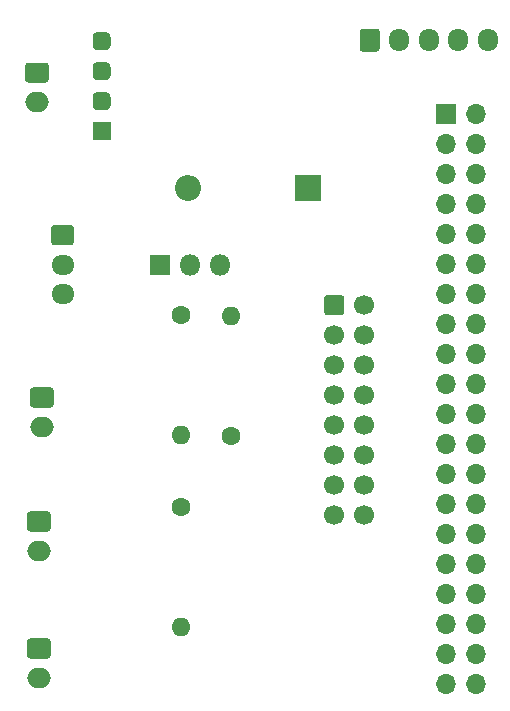
<source format=gbr>
%TF.GenerationSoftware,KiCad,Pcbnew,(5.1.8-0-10_14)*%
%TF.CreationDate,2021-05-20T11:29:51-04:00*%
%TF.ProjectId,PiHat,50694861-742e-46b6-9963-61645f706362,rev?*%
%TF.SameCoordinates,PX9b0780PY44cb540*%
%TF.FileFunction,Soldermask,Bot*%
%TF.FilePolarity,Negative*%
%FSLAX46Y46*%
G04 Gerber Fmt 4.6, Leading zero omitted, Abs format (unit mm)*
G04 Created by KiCad (PCBNEW (5.1.8-0-10_14)) date 2021-05-20 11:29:51*
%MOMM*%
%LPD*%
G01*
G04 APERTURE LIST*
%ADD10O,1.600000X1.600000*%
%ADD11C,1.600000*%
%ADD12O,2.000000X1.700000*%
%ADD13O,1.700000X1.950000*%
%ADD14O,1.950000X1.700000*%
%ADD15C,1.700000*%
%ADD16O,1.700000X1.700000*%
%ADD17R,1.700000X1.700000*%
%ADD18R,1.524000X1.524000*%
%ADD19O,1.800000X1.800000*%
%ADD20R,1.800000X1.800000*%
%ADD21O,2.200000X2.200000*%
%ADD22R,2.200000X2.200000*%
G04 APERTURE END LIST*
D10*
%TO.C,R2*%
X18250000Y7840000D03*
D11*
X18250000Y18000000D03*
%TD*%
D10*
%TO.C,R1*%
X18250000Y24090000D03*
D11*
X18250000Y34250000D03*
%TD*%
D12*
%TO.C,J8*%
X6250000Y14250000D03*
G36*
G01*
X5500000Y17600000D02*
X7000000Y17600000D01*
G75*
G02*
X7250000Y17350000I0J-250000D01*
G01*
X7250000Y16150000D01*
G75*
G02*
X7000000Y15900000I-250000J0D01*
G01*
X5500000Y15900000D01*
G75*
G02*
X5250000Y16150000I0J250000D01*
G01*
X5250000Y17350000D01*
G75*
G02*
X5500000Y17600000I250000J0D01*
G01*
G37*
%TD*%
D13*
%TO.C,J7*%
X44250000Y57500000D03*
X41750000Y57500000D03*
X39250000Y57500000D03*
X36750000Y57500000D03*
G36*
G01*
X33400000Y56775000D02*
X33400000Y58225000D01*
G75*
G02*
X33650000Y58475000I250000J0D01*
G01*
X34850000Y58475000D01*
G75*
G02*
X35100000Y58225000I0J-250000D01*
G01*
X35100000Y56775000D01*
G75*
G02*
X34850000Y56525000I-250000J0D01*
G01*
X33650000Y56525000D01*
G75*
G02*
X33400000Y56775000I0J250000D01*
G01*
G37*
%TD*%
D14*
%TO.C,J5*%
X8250000Y36000000D03*
X8250000Y38500000D03*
G36*
G01*
X7525000Y41850000D02*
X8975000Y41850000D01*
G75*
G02*
X9225000Y41600000I0J-250000D01*
G01*
X9225000Y40400000D01*
G75*
G02*
X8975000Y40150000I-250000J0D01*
G01*
X7525000Y40150000D01*
G75*
G02*
X7275000Y40400000I0J250000D01*
G01*
X7275000Y41600000D01*
G75*
G02*
X7525000Y41850000I250000J0D01*
G01*
G37*
%TD*%
D15*
%TO.C,J6*%
X33790000Y17288000D03*
X33790000Y19828000D03*
X33790000Y22368000D03*
X33790000Y24908000D03*
X33790000Y27448000D03*
X33790000Y29988000D03*
X33790000Y32528000D03*
X33790000Y35068000D03*
X31250000Y17288000D03*
X31250000Y19828000D03*
X31250000Y22368000D03*
X31250000Y24908000D03*
X31250000Y27448000D03*
X31250000Y29988000D03*
X31250000Y32528000D03*
G36*
G01*
X30400000Y34468000D02*
X30400000Y35668000D01*
G75*
G02*
X30650000Y35918000I250000J0D01*
G01*
X31850000Y35918000D01*
G75*
G02*
X32100000Y35668000I0J-250000D01*
G01*
X32100000Y34468000D01*
G75*
G02*
X31850000Y34218000I-250000J0D01*
G01*
X30650000Y34218000D01*
G75*
G02*
X30400000Y34468000I0J250000D01*
G01*
G37*
%TD*%
D16*
%TO.C,J1*%
X43290000Y2990000D03*
X40750000Y2990000D03*
X43290000Y5530000D03*
X40750000Y5530000D03*
X43290000Y8070000D03*
X40750000Y8070000D03*
X43290000Y10610000D03*
X40750000Y10610000D03*
X43290000Y13150000D03*
X40750000Y13150000D03*
X43290000Y15690000D03*
X40750000Y15690000D03*
X43290000Y18230000D03*
X40750000Y18230000D03*
X43290000Y20770000D03*
X40750000Y20770000D03*
X43290000Y23310000D03*
X40750000Y23310000D03*
X43290000Y25850000D03*
X40750000Y25850000D03*
X43290000Y28390000D03*
X40750000Y28390000D03*
X43290000Y30930000D03*
X40750000Y30930000D03*
X43290000Y33470000D03*
X40750000Y33470000D03*
X43290000Y36010000D03*
X40750000Y36010000D03*
X43290000Y38550000D03*
X40750000Y38550000D03*
X43290000Y41090000D03*
X40750000Y41090000D03*
X43290000Y43630000D03*
X40750000Y43630000D03*
X43290000Y46170000D03*
X40750000Y46170000D03*
X43290000Y48710000D03*
X40750000Y48710000D03*
X43290000Y51250000D03*
D17*
X40750000Y51250000D03*
%TD*%
D12*
%TO.C,J3*%
X6500000Y24750000D03*
G36*
G01*
X5750000Y28100000D02*
X7250000Y28100000D01*
G75*
G02*
X7500000Y27850000I0J-250000D01*
G01*
X7500000Y26650000D01*
G75*
G02*
X7250000Y26400000I-250000J0D01*
G01*
X5750000Y26400000D01*
G75*
G02*
X5500000Y26650000I0J250000D01*
G01*
X5500000Y27850000D01*
G75*
G02*
X5750000Y28100000I250000J0D01*
G01*
G37*
%TD*%
%TO.C,U1*%
G36*
G01*
X11931000Y56648000D02*
X11169000Y56648000D01*
G75*
G02*
X10788000Y57029000I0J381000D01*
G01*
X10788000Y57791000D01*
G75*
G02*
X11169000Y58172000I381000J0D01*
G01*
X11931000Y58172000D01*
G75*
G02*
X12312000Y57791000I0J-381000D01*
G01*
X12312000Y57029000D01*
G75*
G02*
X11931000Y56648000I-381000J0D01*
G01*
G37*
G36*
G01*
X11931000Y54108000D02*
X11169000Y54108000D01*
G75*
G02*
X10788000Y54489000I0J381000D01*
G01*
X10788000Y55251000D01*
G75*
G02*
X11169000Y55632000I381000J0D01*
G01*
X11931000Y55632000D01*
G75*
G02*
X12312000Y55251000I0J-381000D01*
G01*
X12312000Y54489000D01*
G75*
G02*
X11931000Y54108000I-381000J0D01*
G01*
G37*
G36*
G01*
X11931000Y51568000D02*
X11169000Y51568000D01*
G75*
G02*
X10788000Y51949000I0J381000D01*
G01*
X10788000Y52711000D01*
G75*
G02*
X11169000Y53092000I381000J0D01*
G01*
X11931000Y53092000D01*
G75*
G02*
X12312000Y52711000I0J-381000D01*
G01*
X12312000Y51949000D01*
G75*
G02*
X11931000Y51568000I-381000J0D01*
G01*
G37*
D18*
X11550000Y49790000D03*
%TD*%
D19*
%TO.C,Q1*%
X21580000Y38500000D03*
X19040000Y38500000D03*
D20*
X16500000Y38500000D03*
%TD*%
D21*
%TO.C,D1*%
X18840000Y45000000D03*
D22*
X29000000Y45000000D03*
%TD*%
%TO.C,J2*%
G36*
G01*
X5334000Y55600000D02*
X6834000Y55600000D01*
G75*
G02*
X7084000Y55350000I0J-250000D01*
G01*
X7084000Y54150000D01*
G75*
G02*
X6834000Y53900000I-250000J0D01*
G01*
X5334000Y53900000D01*
G75*
G02*
X5084000Y54150000I0J250000D01*
G01*
X5084000Y55350000D01*
G75*
G02*
X5334000Y55600000I250000J0D01*
G01*
G37*
D12*
X6084000Y52250000D03*
%TD*%
%TO.C,J4*%
X6250000Y3500000D03*
G36*
G01*
X5500000Y6850000D02*
X7000000Y6850000D01*
G75*
G02*
X7250000Y6600000I0J-250000D01*
G01*
X7250000Y5400000D01*
G75*
G02*
X7000000Y5150000I-250000J0D01*
G01*
X5500000Y5150000D01*
G75*
G02*
X5250000Y5400000I0J250000D01*
G01*
X5250000Y6600000D01*
G75*
G02*
X5500000Y6850000I250000J0D01*
G01*
G37*
%TD*%
D11*
%TO.C,R3*%
X22500000Y24000000D03*
D10*
X22500000Y34160000D03*
%TD*%
M02*

</source>
